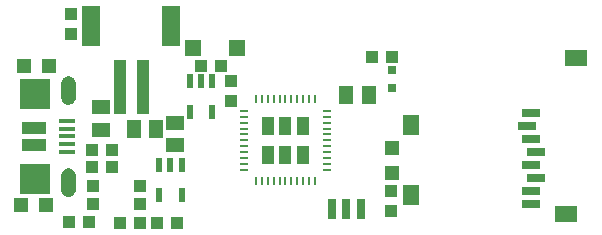
<source format=gbr>
G04 EAGLE Gerber RS-274X export*
G75*
%MOMM*%
%FSLAX34Y34*%
%LPD*%
%INSolderpaste Top*%
%IPPOS*%
%AMOC8*
5,1,8,0,0,1.08239X$1,22.5*%
G01*
%ADD10R,1.500000X1.240000*%
%ADD11R,1.000000X1.100000*%
%ADD12R,1.100000X1.000000*%
%ADD13R,1.240000X1.500000*%
%ADD14R,1.200000X1.200000*%
%ADD15R,0.250000X0.800000*%
%ADD16R,0.800000X0.250000*%
%ADD17R,1.000000X1.500000*%
%ADD18R,1.000000X1.000000*%
%ADD19R,0.700000X1.700000*%
%ADD20R,1.350000X0.400000*%
%ADD21R,2.000000X1.000000*%
%ADD22R,2.500000X2.500000*%
%ADD23R,0.550000X1.200000*%
%ADD24R,1.400000X1.400000*%
%ADD25R,1.000000X4.600000*%
%ADD26R,1.600000X3.400000*%
%ADD27R,1.900000X1.400000*%
%ADD28R,1.400000X1.800000*%
%ADD29R,1.500000X0.700000*%
%ADD30R,0.800000X0.800000*%

G36*
X53548Y141173D02*
X53548Y141173D01*
X54822Y141373D01*
X54869Y141390D01*
X54959Y141411D01*
X56155Y141889D01*
X56198Y141916D01*
X56281Y141956D01*
X57341Y142688D01*
X57377Y142724D01*
X57448Y142782D01*
X58319Y143732D01*
X58346Y143774D01*
X58403Y143847D01*
X59040Y144967D01*
X59057Y145014D01*
X59096Y145097D01*
X59469Y146331D01*
X59474Y146381D01*
X59494Y146471D01*
X59583Y147756D01*
X59581Y147776D01*
X59584Y147800D01*
X59584Y158800D01*
X59582Y158815D01*
X59583Y158835D01*
X59522Y159961D01*
X59511Y160008D01*
X59503Y160084D01*
X59222Y161177D01*
X59202Y161221D01*
X59180Y161294D01*
X58692Y162311D01*
X58664Y162350D01*
X58627Y162417D01*
X57950Y163320D01*
X57915Y163353D01*
X57866Y163411D01*
X57026Y164164D01*
X56985Y164190D01*
X56925Y164238D01*
X55954Y164812D01*
X55909Y164829D01*
X55842Y164865D01*
X54777Y165239D01*
X54730Y165247D01*
X54657Y165269D01*
X53540Y165428D01*
X53512Y165427D01*
X53360Y165428D01*
X52244Y165269D01*
X52198Y165254D01*
X52123Y165239D01*
X51058Y164865D01*
X51016Y164841D01*
X50946Y164812D01*
X49975Y164238D01*
X49938Y164206D01*
X49874Y164164D01*
X49034Y163411D01*
X49005Y163374D01*
X48950Y163320D01*
X48273Y162417D01*
X48251Y162374D01*
X48208Y162311D01*
X47720Y161294D01*
X47707Y161247D01*
X47678Y161177D01*
X47397Y160084D01*
X47394Y160036D01*
X47378Y159961D01*
X47317Y158835D01*
X47319Y158819D01*
X47316Y158800D01*
X47316Y147800D01*
X47319Y147785D01*
X47317Y147765D01*
X47378Y146639D01*
X47390Y146592D01*
X47397Y146516D01*
X47678Y145423D01*
X47698Y145379D01*
X47720Y145306D01*
X48208Y144289D01*
X48237Y144250D01*
X48273Y144183D01*
X48950Y143280D01*
X48985Y143247D01*
X49034Y143189D01*
X49874Y142436D01*
X49915Y142410D01*
X49975Y142362D01*
X50946Y141788D01*
X50991Y141771D01*
X51058Y141735D01*
X52123Y141361D01*
X52170Y141353D01*
X52244Y141331D01*
X53360Y141172D01*
X53361Y141172D01*
X53548Y141173D01*
G37*
G36*
X53548Y63173D02*
X53548Y63173D01*
X54822Y63373D01*
X54869Y63390D01*
X54959Y63411D01*
X56155Y63889D01*
X56198Y63916D01*
X56281Y63956D01*
X57341Y64688D01*
X57377Y64724D01*
X57448Y64782D01*
X58319Y65732D01*
X58346Y65774D01*
X58403Y65847D01*
X59040Y66967D01*
X59057Y67014D01*
X59096Y67097D01*
X59469Y68331D01*
X59474Y68381D01*
X59494Y68471D01*
X59583Y69756D01*
X59581Y69776D01*
X59584Y69800D01*
X59584Y80800D01*
X59582Y80815D01*
X59583Y80835D01*
X59522Y81961D01*
X59511Y82008D01*
X59503Y82084D01*
X59222Y83177D01*
X59202Y83221D01*
X59180Y83294D01*
X58692Y84311D01*
X58664Y84350D01*
X58627Y84417D01*
X57950Y85320D01*
X57915Y85353D01*
X57866Y85411D01*
X57026Y86164D01*
X56985Y86190D01*
X56925Y86238D01*
X55954Y86812D01*
X55909Y86829D01*
X55842Y86865D01*
X54777Y87239D01*
X54730Y87247D01*
X54657Y87269D01*
X53540Y87428D01*
X53512Y87427D01*
X53360Y87428D01*
X52244Y87269D01*
X52198Y87254D01*
X52123Y87239D01*
X51058Y86865D01*
X51016Y86841D01*
X50946Y86812D01*
X49975Y86238D01*
X49938Y86206D01*
X49874Y86164D01*
X49034Y85411D01*
X49005Y85374D01*
X48950Y85320D01*
X48273Y84417D01*
X48251Y84374D01*
X48208Y84311D01*
X47720Y83294D01*
X47707Y83247D01*
X47678Y83177D01*
X47397Y82084D01*
X47394Y82036D01*
X47378Y81961D01*
X47317Y80835D01*
X47319Y80819D01*
X47316Y80800D01*
X47316Y69800D01*
X47319Y69785D01*
X47317Y69765D01*
X47378Y68639D01*
X47390Y68592D01*
X47397Y68516D01*
X47678Y67423D01*
X47698Y67379D01*
X47720Y67306D01*
X48208Y66289D01*
X48237Y66250D01*
X48273Y66183D01*
X48950Y65280D01*
X48985Y65247D01*
X49034Y65189D01*
X49874Y64436D01*
X49915Y64410D01*
X49975Y64362D01*
X50946Y63788D01*
X50991Y63771D01*
X51058Y63735D01*
X52123Y63361D01*
X52170Y63353D01*
X52244Y63331D01*
X53360Y63172D01*
X53361Y63172D01*
X53548Y63173D01*
G37*
D10*
X80880Y120090D03*
X80880Y139090D03*
D11*
X190670Y144410D03*
X190670Y161410D03*
D10*
X143660Y125740D03*
X143660Y106740D03*
D12*
X73690Y102680D03*
X90690Y102680D03*
X72998Y88787D03*
X89998Y88787D03*
D13*
X307728Y149556D03*
X288728Y149556D03*
D14*
X15950Y173590D03*
X36950Y173590D03*
D15*
X212182Y76266D03*
X217182Y76266D03*
X222182Y76266D03*
X227182Y76266D03*
X232182Y76266D03*
X237182Y76266D03*
X242182Y76266D03*
X247182Y76266D03*
X252182Y76266D03*
X257182Y76266D03*
X262182Y76266D03*
D16*
X271932Y86016D03*
X271932Y91016D03*
X271932Y96016D03*
X271932Y101016D03*
X271932Y106016D03*
X271932Y111016D03*
X271932Y116016D03*
X271932Y121016D03*
X271932Y126016D03*
X271932Y131016D03*
X271932Y136016D03*
D15*
X262182Y145766D03*
X257182Y145766D03*
X252182Y145766D03*
X247182Y145766D03*
X242182Y145766D03*
X237182Y145766D03*
X232182Y145766D03*
X227182Y145766D03*
X222182Y145766D03*
X217182Y145766D03*
X212182Y145766D03*
D16*
X202432Y136016D03*
X202432Y131016D03*
X202432Y126016D03*
X202432Y121016D03*
X202432Y116016D03*
X202432Y111016D03*
X202432Y106016D03*
X202432Y101016D03*
X202432Y96016D03*
X202432Y91016D03*
X202432Y86016D03*
D17*
X222182Y123516D03*
X237182Y123516D03*
X252182Y123516D03*
X252182Y98516D03*
X237182Y98516D03*
X222182Y98516D03*
D12*
X97418Y40906D03*
X114418Y40906D03*
D11*
X55880Y218050D03*
X55880Y201050D03*
D18*
X73980Y56770D03*
X73980Y72770D03*
X113980Y72770D03*
X113980Y56770D03*
D19*
X300816Y52596D03*
X288816Y52596D03*
X276816Y52596D03*
D20*
X52200Y127300D03*
X52200Y120800D03*
X52200Y114300D03*
X52200Y107800D03*
X52200Y101300D03*
D21*
X24450Y121800D03*
X24450Y106800D03*
D22*
X25450Y150300D03*
X25450Y78300D03*
D23*
X175108Y161083D03*
X165608Y161083D03*
X156108Y161083D03*
X156108Y135081D03*
X175108Y135081D03*
D24*
X196300Y189230D03*
X159300Y189230D03*
D25*
X96680Y156040D03*
X116680Y156040D03*
D26*
X72680Y208040D03*
X140680Y208040D03*
D23*
X149200Y90471D03*
X139700Y90471D03*
X130200Y90471D03*
X130200Y64469D03*
X149200Y64469D03*
D14*
X34630Y55880D03*
X13630Y55880D03*
D12*
X53730Y41910D03*
X70730Y41910D03*
D13*
X108610Y120650D03*
X127610Y120650D03*
D12*
X145660Y40640D03*
X128660Y40640D03*
D27*
X474490Y48450D03*
X483490Y180450D03*
D28*
X343490Y64450D03*
X343490Y124450D03*
D29*
X445490Y57450D03*
X445490Y68450D03*
X449490Y79450D03*
X445490Y90450D03*
X449490Y101450D03*
X445490Y112450D03*
X441490Y123450D03*
X445490Y134450D03*
D14*
X327660Y83480D03*
X327660Y104480D03*
D11*
X326390Y68190D03*
X326390Y51190D03*
D12*
X310270Y181610D03*
X327270Y181610D03*
D30*
X327660Y170180D03*
X327660Y154940D03*
D12*
X182490Y174244D03*
X165490Y174244D03*
M02*

</source>
